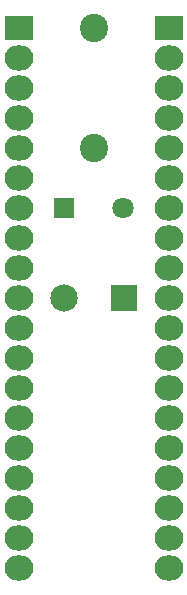
<source format=gbr>
G04 #@! TF.FileFunction,Soldermask,Bot*
%FSLAX46Y46*%
G04 Gerber Fmt 4.6, Leading zero omitted, Abs format (unit mm)*
G04 Created by KiCad (PCBNEW 4.0.3+e1-6302~38~ubuntu16.04.1-stable) date Thu Aug 25 17:12:51 2016*
%MOMM*%
%LPD*%
G01*
G04 APERTURE LIST*
%ADD10C,0.100000*%
%ADD11C,2.398980*%
%ADD12R,1.800000X1.800000*%
%ADD13C,1.800000*%
%ADD14R,2.305000X2.305000*%
%ADD15C,2.305000*%
%ADD16R,2.432000X2.127200*%
%ADD17O,2.432000X2.127200*%
G04 APERTURE END LIST*
D10*
D11*
X92710000Y-73660000D03*
X92710000Y-63500000D03*
D12*
X90170000Y-78740000D03*
D13*
X95170000Y-78740000D03*
D14*
X95250000Y-86360000D03*
D15*
X90170000Y-86360000D03*
D16*
X99060000Y-63500000D03*
D17*
X99060000Y-66040000D03*
X99060000Y-68580000D03*
X99060000Y-71120000D03*
X99060000Y-73660000D03*
X99060000Y-76200000D03*
X99060000Y-78740000D03*
X99060000Y-81280000D03*
X99060000Y-83820000D03*
X99060000Y-86360000D03*
X99060000Y-88900000D03*
X99060000Y-91440000D03*
X99060000Y-93980000D03*
X99060000Y-96520000D03*
X99060000Y-99060000D03*
X99060000Y-101600000D03*
X99060000Y-104140000D03*
X99060000Y-106680000D03*
X99060000Y-109220000D03*
D16*
X86360000Y-63500000D03*
D17*
X86360000Y-66040000D03*
X86360000Y-68580000D03*
X86360000Y-71120000D03*
X86360000Y-73660000D03*
X86360000Y-76200000D03*
X86360000Y-78740000D03*
X86360000Y-81280000D03*
X86360000Y-83820000D03*
X86360000Y-86360000D03*
X86360000Y-88900000D03*
X86360000Y-91440000D03*
X86360000Y-93980000D03*
X86360000Y-96520000D03*
X86360000Y-99060000D03*
X86360000Y-101600000D03*
X86360000Y-104140000D03*
X86360000Y-106680000D03*
X86360000Y-109220000D03*
M02*

</source>
